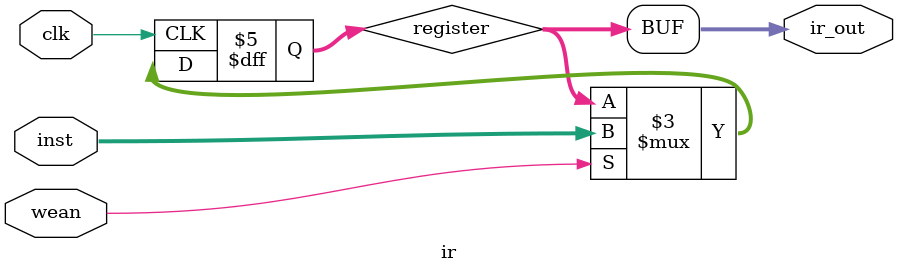
<source format=v>
`timescale 1ns / 1ps


module ir(
    input clk,
    input wean,
    input [31:0]inst,
    output [31:0]ir_out
    );
    reg [31:0]register;
    always@(posedge clk)
        begin
        if(wean)
            begin
            register = inst;
            end
        end
    assign ir_out = register;
endmodule

</source>
